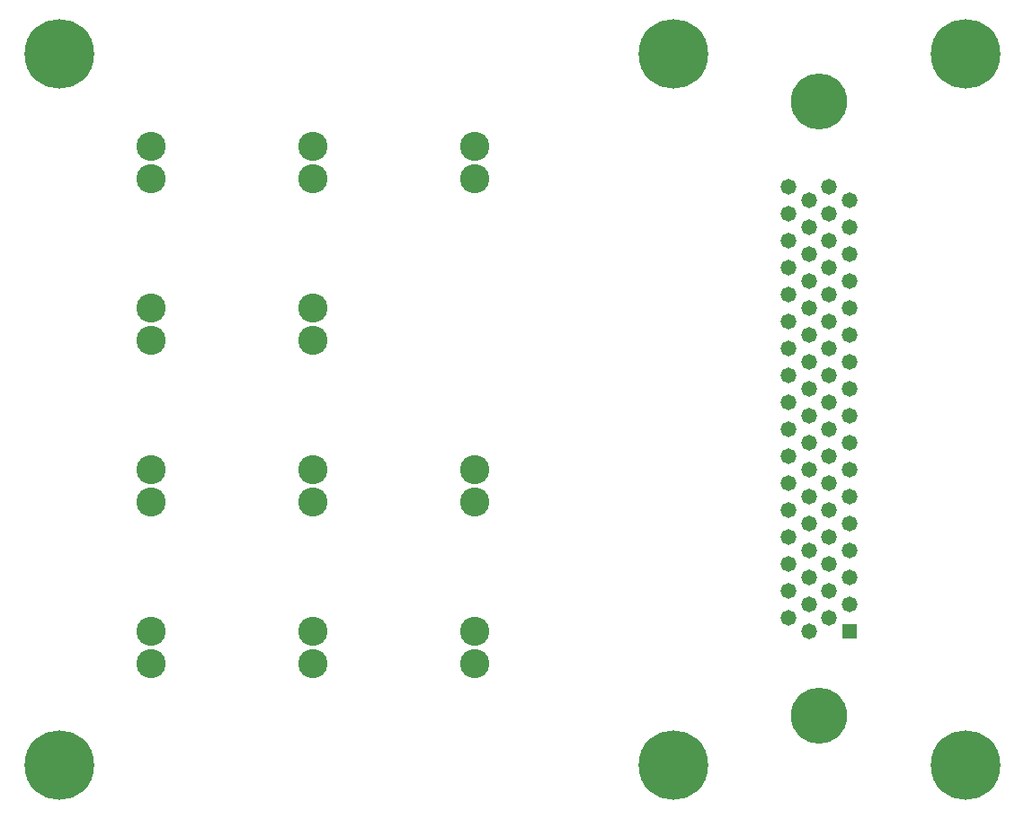
<source format=gbs>
G04 Layer_Color=16711935*
%FSLAX25Y25*%
%MOIN*%
G70*
G01*
G75*
%ADD40C,0.25800*%
%ADD41C,0.10800*%
%ADD42C,0.05800*%
%ADD43R,0.05800X0.05800*%
%ADD44C,0.20800*%
D40*
X351992Y15673D02*
D03*
Y279453D02*
D03*
X16000Y279600D02*
D03*
X243626Y279453D02*
D03*
X16000Y15673D02*
D03*
X243626D02*
D03*
D41*
X170000Y113100D02*
D03*
Y125100D02*
D03*
Y245100D02*
D03*
Y233100D02*
D03*
X110000Y53100D02*
D03*
Y65100D02*
D03*
Y125100D02*
D03*
Y113100D02*
D03*
Y173100D02*
D03*
Y185100D02*
D03*
Y245100D02*
D03*
Y233100D02*
D03*
X50000Y53100D02*
D03*
Y65100D02*
D03*
Y125100D02*
D03*
Y113100D02*
D03*
Y173100D02*
D03*
Y185100D02*
D03*
Y245100D02*
D03*
Y233100D02*
D03*
X170000Y65100D02*
D03*
Y53100D02*
D03*
D42*
X301500Y70200D02*
D03*
X309000Y75200D02*
D03*
X301500Y80200D02*
D03*
X309000Y85200D02*
D03*
X301500Y90200D02*
D03*
X309000Y95200D02*
D03*
X301500Y100200D02*
D03*
X309000Y105200D02*
D03*
X301500Y110200D02*
D03*
X309000Y115200D02*
D03*
X301500Y120200D02*
D03*
X309000Y125200D02*
D03*
X301500Y130200D02*
D03*
X309000Y135200D02*
D03*
X301500Y140200D02*
D03*
X309000Y145200D02*
D03*
X301500Y150200D02*
D03*
X309000Y155200D02*
D03*
X301500Y160200D02*
D03*
X309000Y165200D02*
D03*
X301500Y170200D02*
D03*
X309000Y175200D02*
D03*
X301500Y180200D02*
D03*
X309000Y185200D02*
D03*
X301500Y190200D02*
D03*
X309000Y195200D02*
D03*
X301500Y200200D02*
D03*
X309000Y205200D02*
D03*
X301500Y210200D02*
D03*
X309000Y215200D02*
D03*
X301500Y220200D02*
D03*
X309000Y225200D02*
D03*
X301500Y230200D02*
D03*
X294000Y65200D02*
D03*
X286500Y70200D02*
D03*
X294000Y75200D02*
D03*
X286500Y80200D02*
D03*
X294000Y85200D02*
D03*
X286500Y90200D02*
D03*
X294000Y95200D02*
D03*
X286500Y100200D02*
D03*
X294000Y105200D02*
D03*
X286500Y110200D02*
D03*
X294000Y115200D02*
D03*
X286500Y120200D02*
D03*
X294000Y125200D02*
D03*
X286500Y130200D02*
D03*
X294000Y135200D02*
D03*
X286500Y140200D02*
D03*
X294000Y145200D02*
D03*
X286500Y150200D02*
D03*
X294000Y155200D02*
D03*
X286500Y160200D02*
D03*
X294000Y165200D02*
D03*
X286500Y170200D02*
D03*
X294000Y175200D02*
D03*
X286500Y180200D02*
D03*
X294000Y185200D02*
D03*
X286500Y190200D02*
D03*
X294000Y195200D02*
D03*
X286500Y200200D02*
D03*
X294000Y205200D02*
D03*
X286500Y210200D02*
D03*
X294000Y215200D02*
D03*
X286500Y220200D02*
D03*
X294000Y225200D02*
D03*
X286500Y230200D02*
D03*
D43*
X309000Y65200D02*
D03*
D44*
X297800Y33700D02*
D03*
Y261700D02*
D03*
M02*

</source>
